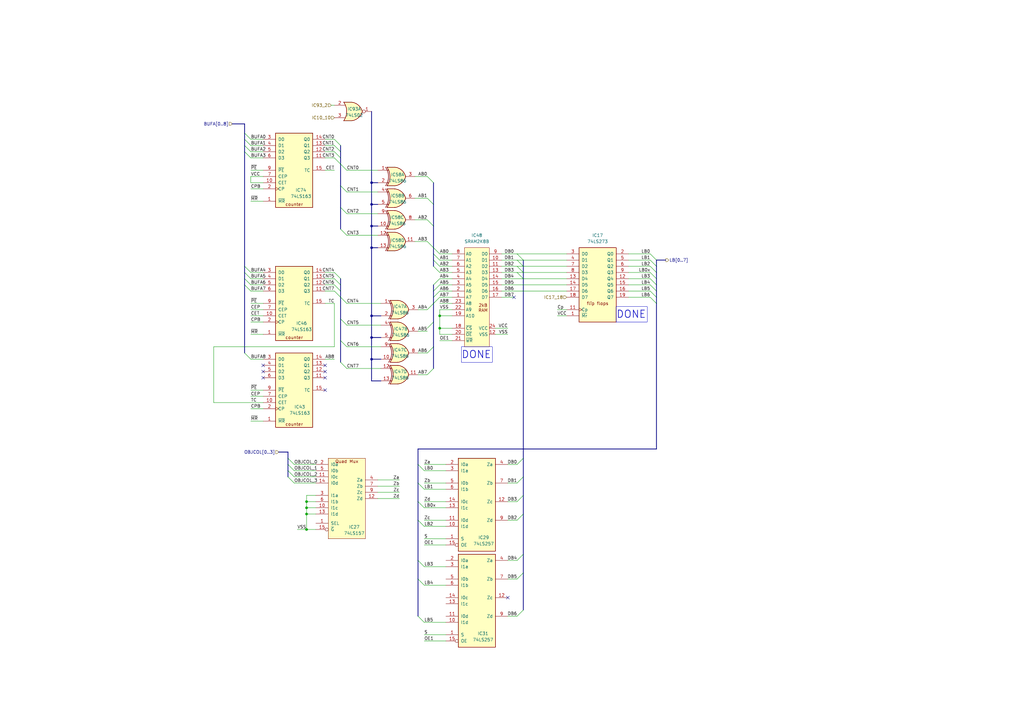
<source format=kicad_sch>
(kicad_sch (version 20231120) (generator "eeschema") (generator_version "8.0")
  (paper "A3")
  (title_block (title "Line Buffer"))
  (lib_symbols
    (symbol "jt74:74LS02" (pin_names (offset 1.016))
      (property "Reference" "U" (at 0 1.27 0))
      (property "Value" "74LS02" (at 0 -1.27 0))
      (symbol "74LS02_1_1"
        (arc (start -3.81 -3.81) (mid -2.589 0) (end -3.81 3.81) (stroke (width 0.254)))
        (arc (start -0.6096 -3.81) (mid 2.1842 -2.5851) (end 3.81 0) (stroke (width 0.254)) (fill (type background)))
        (polyline (pts (xy -3.81 -3.81) (xy -0.635 -3.81)) (stroke (width 0.254)) (fill (type background)))
        (polyline (pts (xy -3.81 3.81) (xy -0.635 3.81)) (stroke (width 0.254)) (fill (type background)))
        (polyline (pts (xy -0.635 3.81) (xy -3.81 3.81) (xy -3.81 3.81) (xy -3.556 3.4036) (xy -3.0226 2.2606) (xy -2.6924 1.0414) (xy -2.6162 -0.254) (xy -2.7686 -1.4986) (xy -3.175 -2.7178) (xy -3.81 -3.81) (xy -3.81 -3.81) (xy -0.635 -3.81)) (stroke (width -25.4)) (fill (type background)))
        (arc (start 3.81 0) (mid 2.1915 2.5936) (end -0.6096 3.81) (stroke (width 0.254)) (fill (type background)))
        (pin output inverted (at 7.62 0 180) (length 3.81) (name "~") (number "1"))
        (pin input line (at -7.62 2.54 0) (length 4.318) (name "~") (number "2"))
        (pin input line (at -7.62 -2.54 0) (length 4.318) (name "~") (number "3"))
      )
      (symbol "74LS02_1_2"
        (arc (start 0 -3.81) (mid 3.7934 0) (end 0 3.81) (stroke (width 0.254)) (fill (type background)))
        (polyline (pts (xy 0 3.81) (xy -3.81 3.81) (xy -3.81 -3.81) (xy 0 -3.81)) (stroke (width 0.254)) (fill (type background)))
        (pin output line (at 7.62 0 180) (length 3.81) (name "~") (number "1"))
        (pin input inverted (at -7.62 2.54 0) (length 3.81) (name "~") (number "2"))
        (pin input inverted (at -7.62 -2.54 0) (length 3.81) (name "~") (number "3"))
      )
      (symbol "74LS02_2_1"
        (arc (start -3.81 -3.81) (mid -2.589 0) (end -3.81 3.81) (stroke (width 0.254)))
        (arc (start -0.6096 -3.81) (mid 2.1842 -2.5851) (end 3.81 0) (stroke (width 0.254)) (fill (type background)))
        (polyline (pts (xy -3.81 -3.81) (xy -0.635 -3.81)) (stroke (width 0.254)) (fill (type background)))
        (polyline (pts (xy -3.81 3.81) (xy -0.635 3.81)) (stroke (width 0.254)) (fill (type background)))
        (polyline (pts (xy -0.635 3.81) (xy -3.81 3.81) (xy -3.81 3.81) (xy -3.556 3.4036) (xy -3.0226 2.2606) (xy -2.6924 1.0414) (xy -2.6162 -0.254) (xy -2.7686 -1.4986) (xy -3.175 -2.7178) (xy -3.81 -3.81) (xy -3.81 -3.81) (xy -0.635 -3.81)) (stroke (width -25.4)) (fill (type background)))
        (arc (start 3.81 0) (mid 2.1915 2.5936) (end -0.6096 3.81) (stroke (width 0.254)) (fill (type background)))
        (pin output inverted (at 7.62 0 180) (length 3.81) (name "~") (number "4"))
        (pin input line (at -7.62 2.54 0) (length 4.318) (name "~") (number "5"))
        (pin input line (at -7.62 -2.54 0) (length 4.318) (name "~") (number "6"))
      )
      (symbol "74LS02_2_2"
        (arc (start 0 -3.81) (mid 3.7934 0) (end 0 3.81) (stroke (width 0.254)) (fill (type background)))
        (polyline (pts (xy 0 3.81) (xy -3.81 3.81) (xy -3.81 -3.81) (xy 0 -3.81)) (stroke (width 0.254)) (fill (type background)))
        (pin output line (at 7.62 0 180) (length 3.81) (name "~") (number "4"))
        (pin input inverted (at -7.62 2.54 0) (length 3.81) (name "~") (number "5"))
        (pin input inverted (at -7.62 -2.54 0) (length 3.81) (name "~") (number "6"))
      )
      (symbol "74LS02_3_1"
        (arc (start -3.81 -3.81) (mid -2.589 0) (end -3.81 3.81) (stroke (width 0.254)))
        (arc (start -0.6096 -3.81) (mid 2.1842 -2.5851) (end 3.81 0) (stroke (width 0.254)) (fill (type background)))
        (polyline (pts (xy -3.81 -3.81) (xy -0.635 -3.81)) (stroke (width 0.254)) (fill (type background)))
        (polyline (pts (xy -3.81 3.81) (xy -0.635 3.81)) (stroke (width 0.254)) (fill (type background)))
        (polyline (pts (xy -0.635 3.81) (xy -3.81 3.81) (xy -3.81 3.81) (xy -3.556 3.4036) (xy -3.0226 2.2606) (xy -2.6924 1.0414) (xy -2.6162 -0.254) (xy -2.7686 -1.4986) (xy -3.175 -2.7178) (xy -3.81 -3.81) (xy -3.81 -3.81) (xy -0.635 -3.81)) (stroke (width -25.4)) (fill (type background)))
        (arc (start 3.81 0) (mid 2.1915 2.5936) (end -0.6096 3.81) (stroke (width 0.254)) (fill (type background)))
        (pin output inverted (at 7.62 0 180) (length 3.81) (name "~") (number "10"))
        (pin input line (at -7.62 2.54 0) (length 4.318) (name "~") (number "8"))
        (pin input line (at -7.62 -2.54 0) (length 4.318) (name "~") (number "9"))
      )
      (symbol "74LS02_3_2"
        (arc (start 0 -3.81) (mid 3.7934 0) (end 0 3.81) (stroke (width 0.254)) (fill (type background)))
        (polyline (pts (xy 0 3.81) (xy -3.81 3.81) (xy -3.81 -3.81) (xy 0 -3.81)) (stroke (width 0.254)) (fill (type background)))
        (pin output line (at 7.62 0 180) (length 3.81) (name "~") (number "10"))
        (pin input inverted (at -7.62 2.54 0) (length 3.81) (name "~") (number "8"))
        (pin input inverted (at -7.62 -2.54 0) (length 3.81) (name "~") (number "9"))
      )
      (symbol "74LS02_4_1"
        (arc (start -3.81 -3.81) (mid -2.589 0) (end -3.81 3.81) (stroke (width 0.254)))
        (arc (start -0.6096 -3.81) (mid 2.1842 -2.5851) (end 3.81 0) (stroke (width 0.254)) (fill (type background)))
        (polyline (pts (xy -3.81 -3.81) (xy -0.635 -3.81)) (stroke (width 0.254)) (fill (type background)))
        (polyline (pts (xy -3.81 3.81) (xy -0.635 3.81)) (stroke (width 0.254)) (fill (type background)))
        (polyline (pts (xy -0.635 3.81) (xy -3.81 3.81) (xy -3.81 3.81) (xy -3.556 3.4036) (xy -3.0226 2.2606) (xy -2.6924 1.0414) (xy -2.6162 -0.254) (xy -2.7686 -1.4986) (xy -3.175 -2.7178) (xy -3.81 -3.81) (xy -3.81 -3.81) (xy -0.635 -3.81)) (stroke (width -25.4)) (fill (type background)))
        (arc (start 3.81 0) (mid 2.1915 2.5936) (end -0.6096 3.81) (stroke (width 0.254)) (fill (type background)))
        (pin input line (at -7.62 2.54 0) (length 4.318) (name "~") (number "11"))
        (pin input line (at -7.62 -2.54 0) (length 4.318) (name "~") (number "12"))
        (pin output inverted (at 7.62 0 180) (length 3.81) (name "~") (number "13"))
      )
      (symbol "74LS02_4_2"
        (arc (start 0 -3.81) (mid 3.7934 0) (end 0 3.81) (stroke (width 0.254)) (fill (type background)))
        (polyline (pts (xy 0 3.81) (xy -3.81 3.81) (xy -3.81 -3.81) (xy 0 -3.81)) (stroke (width 0.254)) (fill (type background)))
        (pin input inverted (at -7.62 2.54 0) (length 3.81) (name "~") (number "11"))
        (pin input inverted (at -7.62 -2.54 0) (length 3.81) (name "~") (number "12"))
        (pin output line (at 7.62 0 180) (length 3.81) (name "~") (number "13"))
      )
      (symbol "74LS02_5_0"
        (pin power_in line (at 0 7.62 270) (length 5.08) hide (name "VCC") (number "14"))
        (pin power_in line (at 0 -7.62 90) (length 5.08) hide (name "VSS") (number "7"))
      )
      (symbol "74LS02_5_1"
        (rectangle (start -5.08 7.62) (end 5.08 -7.62) (stroke (width 0.254)) (fill (type background)))
      )
    )
    (symbol "jt74:74LS157" (pin_names (offset 1.016))
      (property "Reference" "U" (at 5.08 16.51 0))
      (property "Value" "74LS157" (at 0 -16.51 0))
      (symbol "74LS157_0_0"
        (text "Quad Mux" (at 0 13.97 0) (effects (font (size 1.27 1.27))))
      )
      (symbol "74LS157_1_0"
        (pin input line (at -12.7 -11.43 0) (length 5.08) (name "SEL") (number "1"))
        (pin input line (at -12.7 -5.08 0) (length 5.08) (name "I1c") (number "10"))
        (pin input line (at -12.7 7.62 0) (length 5.08) (name "I0c") (number "11"))
        (pin output line (at 12.7 -1.27 180) (length 5.08) (name "Zd") (number "12"))
        (pin input line (at -12.7 -7.62 0) (length 5.08) (name "I1d") (number "13"))
        (pin input line (at -12.7 5.08 0) (length 5.08) (name "I0d") (number "14"))
        (pin input inverted (at -12.7 -13.97 0) (length 5.08) (name "~{G}") (number "15"))
        (pin input line (at -12.7 12.7 0) (length 5.08) (name "I0a") (number "2"))
        (pin input line (at -12.7 0 0) (length 5.08) (name "I1a") (number "3"))
        (pin output line (at 12.7 6.35 180) (length 5.08) (name "Za") (number "4"))
        (pin input line (at -12.7 10.16 0) (length 5.08) (name "I0b") (number "5"))
        (pin input line (at -12.7 -2.54 0) (length 5.08) (name "I1b") (number "6"))
        (pin output line (at 12.7 3.81 180) (length 5.08) (name "Zb") (number "7"))
        (pin output line (at 12.7 1.27 180) (length 5.08) (name "Zc") (number "9"))
      )
      (symbol "74LS157_1_1"
        (rectangle (start -7.62 15.24) (end 7.62 -17.78) (fill (type background)))
      )
    )
    (symbol "jt74:74LS163" (pin_names (offset 1.016))
      (property "Reference" "U" (at -7.62 16.51 0))
      (property "Value" "74LS163" (at -7.62 -16.51 0))
      (symbol "74LS163_0_0"
        (text "counter" (at 0 -13.97 0) (effects (font (size 1.27 1.27))))
      )
      (symbol "74LS163_0_2"
        (rectangle (start -7.62 15.24) (end 7.62 -15.24) (fill (type background)))
      )
      (symbol "74LS163_1_0"
        (pin input line (at -12.7 -12.7 0) (length 5.08) (name "~{MR}") (number "1"))
        (pin input line (at -12.7 -5.08 0) (length 5.08) (name "CET") (number "10"))
        (pin output line (at 12.7 5.08 180) (length 5.08) (name "Q3") (number "11"))
        (pin output line (at 12.7 7.62 180) (length 5.08) (name "Q2") (number "12"))
        (pin output line (at 12.7 10.16 180) (length 5.08) (name "Q1") (number "13"))
        (pin output line (at 12.7 12.7 180) (length 5.08) (name "Q0") (number "14"))
        (pin output line (at 12.7 0 180) (length 5.08) (name "TC") (number "15"))
        (pin input clock (at -12.7 -7.62 0) (length 5.08) (name "CP") (number "2"))
        (pin input line (at -12.7 12.7 0) (length 5.08) (name "D0") (number "3"))
        (pin input line (at -12.7 10.16 0) (length 5.08) (name "D1") (number "4"))
        (pin input line (at -12.7 7.62 0) (length 5.08) (name "D2") (number "5"))
        (pin input line (at -12.7 5.08 0) (length 5.08) (name "D3") (number "6"))
        (pin input line (at -12.7 -2.54 0) (length 5.08) (name "CEP") (number "7"))
        (pin input line (at -12.7 0 0) (length 5.08) (name "~{PE}") (number "9"))
      )
      (symbol "74LS163_1_1"
        (rectangle (start -7.62 15.24) (end 7.62 -15.24) (stroke (width 0.254)) (fill (type background)))
      )
    )
    (symbol "jt74:74LS257" (pin_names (offset 1.016))
      (property "Reference" "U" (at -7.62 19.05 0))
      (property "Value" "74LS257" (at 3.048 -18.923 0))
      (symbol "74LS257_1_0"
        (pin input line (at -12.7 -15.24 0) (length 5.08) (name "S") (number "1"))
        (pin input line (at -12.7 -10.16 0) (length 5.08) (name "I1d") (number "10"))
        (pin input line (at -12.7 -7.62 0) (length 5.08) (name "I0d") (number "11"))
        (pin tri_state line (at 12.7 0 180) (length 5.08) (name "Zc") (number "12"))
        (pin input line (at -12.7 -2.54 0) (length 5.08) (name "I1c") (number "13"))
        (pin input line (at -12.7 0 0) (length 5.08) (name "I0c") (number "14"))
        (pin input inverted (at -12.7 -17.78 0) (length 5.08) (name "OE") (number "15"))
        (pin input line (at -12.7 15.24 0) (length 5.08) (name "I0a") (number "2"))
        (pin input line (at -12.7 12.7 0) (length 5.08) (name "I1a") (number "3"))
        (pin tri_state line (at 12.7 15.24 180) (length 5.08) (name "Za") (number "4"))
        (pin input line (at -12.7 7.62 0) (length 5.08) (name "I0b") (number "5"))
        (pin input line (at -12.7 5.08 0) (length 5.08) (name "I1b") (number "6"))
        (pin tri_state line (at 12.7 7.62 180) (length 5.08) (name "Zb") (number "7"))
        (pin tri_state line (at 12.7 -7.62 180) (length 5.08) (name "Zd") (number "9"))
      )
      (symbol "74LS257_1_1"
        (rectangle (start -7.62 17.78) (end 7.62 -20.32) (stroke (width 0.254)) (fill (type background)))
      )
    )
    (symbol "jt74:74LS273" (pin_names (offset 1.016))
      (property "Reference" "U" (at 0 2.54 0))
      (property "Value" "74LS273" (at 2.54 -13.97 0))
      (symbol "74LS273_0_0"
        (text "flip flops" (at 0 -7.62 0) (effects (font (size 1.27 1.27))))
      )
      (symbol "74LS273_1_0"
        (pin input line (at -12.7 -12.7 0) (length 5.08) (name "~{Mr}") (number "1"))
        (pin input clock (at -12.7 -10.16 0) (length 5.08) (name "Cp") (number "11"))
        (pin output line (at 12.7 2.54 180) (length 5.08) (name "Q4") (number "12"))
        (pin input line (at -12.7 2.54 0) (length 5.08) (name "D4") (number "13"))
        (pin input line (at -12.7 0 0) (length 5.08) (name "D5") (number "14"))
        (pin output line (at 12.7 0 180) (length 5.08) (name "Q5") (number "15"))
        (pin output line (at 12.7 -2.54 180) (length 5.08) (name "Q6") (number "16"))
        (pin input line (at -12.7 -2.54 0) (length 5.08) (name "D6") (number "17"))
        (pin input line (at -12.7 -5.08 0) (length 5.08) (name "D7") (number "18"))
        (pin output line (at 12.7 -5.08 180) (length 5.08) (name "Q7") (number "19"))
        (pin output line (at 12.7 12.7 180) (length 5.08) (name "Q0") (number "2"))
        (pin input line (at -12.7 12.7 0) (length 5.08) (name "D0") (number "3"))
        (pin input line (at -12.7 10.16 0) (length 5.08) (name "D1") (number "4"))
        (pin output line (at 12.7 10.16 180) (length 5.08) (name "Q1") (number "5"))
        (pin output line (at 12.7 7.62 180) (length 5.08) (name "Q2") (number "6"))
        (pin input line (at -12.7 7.62 0) (length 5.08) (name "D2") (number "7"))
        (pin input line (at -12.7 5.08 0) (length 5.08) (name "D3") (number "8"))
        (pin output line (at 12.7 5.08 180) (length 5.08) (name "Q3") (number "9"))
      )
      (symbol "74LS273_1_1"
        (rectangle (start -7.62 15.24) (end 7.62 -15.24) (stroke (width 0.254)) (fill (type background)))
      )
    )
    (symbol "jt74:74LS86" (pin_names (offset 1.016))
      (property "Reference" "U" (at 0 1.27 0))
      (property "Value" "74LS86" (at 0 -1.27 0))
      (symbol "74LS86_1_0"
        (arc (start -4.4196 -3.81) (mid -3.2033 0) (end -4.4196 3.81) (stroke (width 0.254)))
        (arc (start -3.81 -3.81) (mid -2.589 0) (end -3.81 3.81) (stroke (width 0.254)))
        (arc (start -0.6096 -3.81) (mid 2.1842 -2.5851) (end 3.81 0) (stroke (width 0.254)) (fill (type background)))
        (polyline (pts (xy -3.81 -3.81) (xy -0.635 -3.81)) (stroke (width 0.254)) (fill (type background)))
        (polyline (pts (xy -3.81 3.81) (xy -0.635 3.81)) (stroke (width 0.254)) (fill (type background)))
        (polyline (pts (xy -0.635 3.81) (xy -3.81 3.81) (xy -3.81 3.81) (xy -3.556 3.4036) (xy -3.0226 2.2606) (xy -2.6924 1.0414) (xy -2.6162 -0.254) (xy -2.7686 -1.4986) (xy -3.175 -2.7178) (xy -3.81 -3.81) (xy -3.81 -3.81) (xy -0.635 -3.81)) (stroke (width -25.4)) (fill (type background)))
        (arc (start 3.81 0) (mid 2.1915 2.5936) (end -0.6096 3.81) (stroke (width 0.254)) (fill (type background)))
        (pin input line (at -7.62 2.54 0) (length 4.445) (name "~") (number "1"))
        (pin input line (at -7.62 -2.54 0) (length 4.445) (name "~") (number "2"))
        (pin output line (at 7.62 0 180) (length 3.81) (name "~") (number "3"))
      )
      (symbol "74LS86_1_1"
        (polyline (pts (xy -3.81 -2.54) (xy -3.175 -2.54)) (stroke (width 0.1524)))
        (polyline (pts (xy -3.81 2.54) (xy -3.175 2.54)) (stroke (width 0.1524)))
      )
      (symbol "74LS86_2_0"
        (arc (start -4.4196 -3.81) (mid -3.2033 0) (end -4.4196 3.81) (stroke (width 0.254)))
        (arc (start -3.81 -3.81) (mid -2.589 0) (end -3.81 3.81) (stroke (width 0.254)))
        (arc (start -0.6096 -3.81) (mid 2.1842 -2.5851) (end 3.81 0) (stroke (width 0.254)) (fill (type background)))
        (polyline (pts (xy -3.81 -3.81) (xy -0.635 -3.81)) (stroke (width 0.254)) (fill (type background)))
        (polyline (pts (xy -3.81 3.81) (xy -0.635 3.81)) (stroke (width 0.254)) (fill (type background)))
        (polyline (pts (xy -0.635 3.81) (xy -3.81 3.81) (xy -3.81 3.81) (xy -3.556 3.4036) (xy -3.0226 2.2606) (xy -2.6924 1.0414) (xy -2.6162 -0.254) (xy -2.7686 -1.4986) (xy -3.175 -2.7178) (xy -3.81 -3.81) (xy -3.81 -3.81) (xy -0.635 -3.81)) (stroke (width -25.4)) (fill (type background)))
        (arc (start 3.81 0) (mid 2.1915 2.5936) (end -0.6096 3.81) (stroke (width 0.254)) (fill (type background)))
        (pin input line (at -7.62 2.54 0) (length 4.445) (name "~") (number "4"))
        (pin input line (at -7.62 -2.54 0) (length 4.445) (name "~") (number "5"))
        (pin output line (at 7.62 0 180) (length 3.81) (name "~") (number "6"))
      )
      (symbol "74LS86_2_1"
        (polyline (pts (xy -3.81 -2.54) (xy -3.175 -2.54)) (stroke (width 0.1524)))
        (polyline (pts (xy -3.81 2.54) (xy -3.175 2.54)) (stroke (width 0.1524)))
      )
      (symbol "74LS86_3_0"
        (arc (start -4.4196 -3.81) (mid -3.2033 0) (end -4.4196 3.81) (stroke (width 0.254)))
        (arc (start -3.81 -3.81) (mid -2.589 0) (end -3.81 3.81) (stroke (width 0.254)))
        (arc (start -0.6096 -3.81) (mid 2.1842 -2.5851) (end 3.81 0) (stroke (width 0.254)) (fill (type background)))
        (polyline (pts (xy -3.81 -3.81) (xy -0.635 -3.81)) (stroke (width 0.254)) (fill (type background)))
        (polyline (pts (xy -3.81 3.81) (xy -0.635 3.81)) (stroke (width 0.254)) (fill (type background)))
        (polyline (pts (xy -0.635 3.81) (xy -3.81 3.81) (xy -3.81 3.81) (xy -3.556 3.4036) (xy -3.0226 2.2606) (xy -2.6924 1.0414) (xy -2.6162 -0.254) (xy -2.7686 -1.4986) (xy -3.175 -2.7178) (xy -3.81 -3.81) (xy -3.81 -3.81) (xy -0.635 -3.81)) (stroke (width -25.4)) (fill (type background)))
        (arc (start 3.81 0) (mid 2.1915 2.5936) (end -0.6096 3.81) (stroke (width 0.254)) (fill (type background)))
        (pin input line (at -7.62 -2.54 0) (length 4.445) (name "~") (number "10"))
        (pin output line (at 7.62 0 180) (length 3.81) (name "~") (number "8"))
        (pin input line (at -7.62 2.54 0) (length 4.445) (name "~") (number "9"))
      )
      (symbol "74LS86_3_1"
        (polyline (pts (xy -3.81 -2.54) (xy -3.175 -2.54)) (stroke (width 0.1524)))
        (polyline (pts (xy -3.81 2.54) (xy -3.175 2.54)) (stroke (width 0.1524)))
      )
      (symbol "74LS86_4_0"
        (arc (start -4.4196 -3.81) (mid -3.2033 0) (end -4.4196 3.81) (stroke (width 0.254)))
        (arc (start -3.81 -3.81) (mid -2.589 0) (end -3.81 3.81) (stroke (width 0.254)))
        (arc (start -0.6096 -3.81) (mid 2.1842 -2.5851) (end 3.81 0) (stroke (width 0.254)) (fill (type background)))
        (polyline (pts (xy -3.81 -3.81) (xy -0.635 -3.81)) (stroke (width 0.254)) (fill (type background)))
        (polyline (pts (xy -3.81 3.81) (xy -0.635 3.81)) (stroke (width 0.254)) (fill (type background)))
        (polyline (pts (xy -0.635 3.81) (xy -3.81 3.81) (xy -3.81 3.81) (xy -3.556 3.4036) (xy -3.0226 2.2606) (xy -2.6924 1.0414) (xy -2.6162 -0.254) (xy -2.7686 -1.4986) (xy -3.175 -2.7178) (xy -3.81 -3.81) (xy -3.81 -3.81) (xy -0.635 -3.81)) (stroke (width -25.4)) (fill (type background)))
        (arc (start 3.81 0) (mid 2.1915 2.5936) (end -0.6096 3.81) (stroke (width 0.254)) (fill (type background)))
        (pin output line (at 7.62 0 180) (length 3.81) (name "~") (number "11"))
        (pin input line (at -7.62 2.54 0) (length 4.445) (name "~") (number "12"))
        (pin input line (at -7.62 -2.54 0) (length 4.445) (name "~") (number "13"))
      )
      (symbol "74LS86_4_1"
        (polyline (pts (xy -3.81 -2.54) (xy -3.175 -2.54)) (stroke (width 0.1524)))
        (polyline (pts (xy -3.81 2.54) (xy -3.175 2.54)) (stroke (width 0.1524)))
      )
      (symbol "74LS86_5_0"
        (pin power_in line (at 0 7.62 270) (length 5.08) hide (name "VCC") (number "14"))
        (pin power_in line (at 0 -7.62 90) (length 5.08) hide (name "VSS") (number "7"))
      )
      (symbol "74LS86_5_1"
        (rectangle (start -5.08 7.62) (end 5.08 -7.62) (stroke (width 0.254)) (fill (type background)))
      )
    )
    (symbol "jt_ram:SRAM2K8B"
      (property "Reference" "U" (at 0 24.13 0))
      (property "Value" "SRAM2K8B" (at 0 21.59 0))
      (symbol "SRAM2K8B_0_1"
        (rectangle (start -5.08 20.32) (end 5.08 -20.32) (fill (type background)))
      )
      (symbol "SRAM2K8B_1_1"
        (text "2kB\nRAM" (at 2.54 -4.318 0) (effects (font (size 1.27 1.27))))
        (pin input line (at -10.16 0 0) (length 5.08) (name "A7") (number "1"))
        (pin tri_state line (at 10.16 15.24 180) (length 5.08) (name "D1") (number "10"))
        (pin tri_state line (at 10.16 12.7 180) (length 5.08) (name "D2") (number "11"))
        (pin power_in line (at 7.62 -15.24 180) (length 2.54) (name "VSS") (number "12"))
        (pin tri_state line (at 10.16 10.16 180) (length 5.08) (name "D3") (number "13"))
        (pin tri_state line (at 10.16 7.62 180) (length 5.08) (name "D4") (number "14"))
        (pin tri_state line (at 10.16 5.08 180) (length 5.08) (name "D5") (number "15"))
        (pin tri_state line (at 10.16 2.54 180) (length 5.08) (name "D6") (number "16"))
        (pin tri_state line (at 10.16 0 180) (length 5.08) (name "D7") (number "17"))
        (pin input line (at -10.16 -12.7 0) (length 5.08) (name "~{CS}") (number "18"))
        (pin input line (at -10.16 -7.62 0) (length 5.08) (name "A10") (number "19"))
        (pin input line (at -10.16 2.54 0) (length 5.08) (name "A6") (number "2"))
        (pin input line (at -10.16 -15.24 0) (length 5.08) (name "~{OE}") (number "20"))
        (pin input line (at -10.16 -17.78 0) (length 5.08) (name "~{WR}") (number "21"))
        (pin input line (at -10.16 -5.08 0) (length 5.08) (name "A9") (number "22"))
        (pin input line (at -10.16 -2.54 0) (length 5.08) (name "A8") (number "23"))
        (pin power_in line (at 7.62 -12.7 180) (length 2.54) (name "VCC") (number "24"))
        (pin input line (at -10.16 5.08 0) (length 5.08) (name "A5") (number "3"))
        (pin input line (at -10.16 7.62 0) (length 5.08) (name "A4") (number "4"))
        (pin input line (at -10.16 10.16 0) (length 5.08) (name "A3") (number "5"))
        (pin input line (at -10.16 12.7 0) (length 5.08) (name "A2") (number "6"))
        (pin input line (at -10.16 15.24 0) (length 5.08) (name "A1") (number "7"))
        (pin input line (at -10.16 17.78 0) (length 5.08) (name "A0") (number "8"))
        (pin tri_state line (at 10.16 17.78 180) (length 5.08) (name "D0") (number "9"))
      )
    )
  )
  (junction (at 125.73 205.74))
  (junction (at 152.4 138.43))
  (junction (at 125.73 217.17))
  (junction (at 152.4 129.54))
  (junction (at 152.4 83.82))
  (junction (at 152.4 101.6))
  (junction (at 180.34 129.54))
  (junction (at 180.34 134.62))
  (junction (at 125.73 208.28))
  (junction (at 125.73 210.82))
  (junction (at 152.4 74.93))
  (junction (at 152.4 147.32))
  (junction (at 152.4 92.71))
  (no_connect (at 133.35 152.4))
  (no_connect (at 133.35 149.86))
  (no_connect (at 107.95 149.86))
  (no_connect (at 210.82 121.92))
  (no_connect (at 133.35 160.02))
  (no_connect (at 133.35 154.94))
  (no_connect (at 107.95 152.4))
  (no_connect (at 208.28 245.11))
  (no_connect (at 107.95 154.94))
  (bus_entry (at 266.7 116.84) (size 2.54 2.54))
  (bus_entry (at 177.8 101.6) (size -2.54 -2.54))
  (bus_entry (at 266.7 114.3) (size 2.54 2.54))
  (bus_entry (at 137.16 116.84) (size 2.54 2.54))
  (bus_entry (at 180.34 121.92) (size -2.54 2.54))
  (bus_entry (at 142.24 96.52) (size -2.54 -2.54))
  (bus_entry (at 118.11 195.58) (size 2.54 2.54))
  (bus_entry (at 171.45 190.5) (size 2.54 2.54))
  (bus_entry (at 139.7 67.31) (size -2.54 -2.54))
  (bus_entry (at 100.33 109.22) (size 2.54 2.54))
  (bus_entry (at 173.99 232.41) (size -2.54 -2.54))
  (bus_entry (at 177.8 83.82) (size -2.54 -2.54))
  (bus_entry (at 180.34 119.38) (size -2.54 2.54))
  (bus_entry (at 100.33 144.78) (size 2.54 2.54))
  (bus_entry (at 212.09 205.74) (size 2.54 -2.54))
  (bus_entry (at 100.33 57.15) (size 2.54 2.54))
  (bus_entry (at 180.34 114.3) (size -2.54 2.54))
  (bus_entry (at 100.33 114.3) (size 2.54 2.54))
  (bus_entry (at 266.7 106.68) (size 2.54 2.54))
  (bus_entry (at 100.33 54.61) (size 2.54 2.54))
  (bus_entry (at 142.24 87.63) (size -2.54 -2.54))
  (bus_entry (at 177.8 109.22) (size 2.54 2.54))
  (bus_entry (at 118.11 190.5) (size 2.54 2.54))
  (bus_entry (at 212.09 190.5) (size 2.54 -2.54))
  (bus_entry (at 100.33 62.23) (size 2.54 2.54))
  (bus_entry (at 212.09 111.76) (size 2.54 2.54))
  (bus_entry (at 139.7 62.23) (size -2.54 -2.54))
  (bus_entry (at 177.8 106.68) (size 2.54 2.54))
  (bus_entry (at 175.26 144.78) (size 2.54 -2.54))
  (bus_entry (at 266.7 109.22) (size 2.54 2.54))
  (bus_entry (at 212.09 252.73) (size 2.54 -2.54))
  (bus_entry (at 171.45 237.49) (size 2.54 2.54))
  (bus_entry (at 118.11 193.04) (size 2.54 2.54))
  (bus_entry (at 171.45 205.74) (size 2.54 2.54))
  (bus_entry (at 212.09 106.68) (size 2.54 2.54))
  (bus_entry (at 171.45 213.36) (size 2.54 2.54))
  (bus_entry (at 173.99 255.27) (size -2.54 -2.54))
  (bus_entry (at 139.7 64.77) (size -2.54 -2.54))
  (bus_entry (at 139.7 130.81) (size 2.54 2.54))
  (bus_entry (at 266.7 121.92) (size 2.54 2.54))
  (bus_entry (at 212.09 213.36) (size 2.54 -2.54))
  (bus_entry (at 177.8 104.14) (size 2.54 2.54))
  (bus_entry (at 175.26 134.62) (size 2.54 -2.54))
  (bus_entry (at 137.16 119.38) (size 2.54 2.54))
  (bus_entry (at 118.11 187.96) (size 2.54 2.54))
  (bus_entry (at 212.09 198.12) (size 2.54 -2.54))
  (bus_entry (at 266.7 104.14) (size 2.54 2.54))
  (bus_entry (at 175.26 127) (size 2.54 -2.54))
  (bus_entry (at 171.45 198.12) (size 2.54 2.54))
  (bus_entry (at 100.33 111.76) (size 2.54 2.54))
  (bus_entry (at 139.7 139.7) (size 2.54 2.54))
  (bus_entry (at 266.7 111.76) (size 2.54 2.54))
  (bus_entry (at 177.8 92.71) (size -2.54 -2.54))
  (bus_entry (at 137.16 111.76) (size 2.54 2.54))
  (bus_entry (at 137.16 114.3) (size 2.54 2.54))
  (bus_entry (at 212.09 229.87) (size 2.54 -2.54))
  (bus_entry (at 100.33 116.84) (size 2.54 2.54))
  (bus_entry (at 139.7 67.31) (size 2.54 2.54))
  (bus_entry (at 212.09 237.49) (size 2.54 -2.54))
  (bus_entry (at 180.34 116.84) (size -2.54 2.54))
  (bus_entry (at 177.8 101.6) (size 2.54 2.54))
  (bus_entry (at 177.8 74.93) (size -2.54 -2.54))
  (bus_entry (at 139.7 148.59) (size 2.54 2.54))
  (bus_entry (at 212.09 109.22) (size 2.54 2.54))
  (bus_entry (at 212.09 104.14) (size 2.54 2.54))
  (bus_entry (at 266.7 119.38) (size 2.54 2.54))
  (bus_entry (at 100.33 59.69) (size 2.54 2.54))
  (bus_entry (at 139.7 121.92) (size 2.54 2.54))
  (bus_entry (at 175.26 153.67) (size 2.54 -2.54))
  (bus_entry (at 139.7 59.69) (size -2.54 -2.54))
  (bus_entry (at 142.24 78.74) (size -2.54 -2.54))
  (wire (pts (xy 208.28 134.62) (xy 203.2 134.62)))
  (wire (pts (xy 107.95 74.93) (xy 102.87 74.93)))
  (wire (pts (xy 173.99 190.5) (xy 182.88 190.5)))
  (bus (pts (xy 269.24 106.68) (xy 269.24 109.22)))
  (bus (pts (xy 152.4 138.43) (xy 156.21 138.43)))
  (wire (pts (xy 125.73 205.74) (xy 125.73 208.28)))
  (wire (pts (xy 257.81 121.92) (xy 266.7 121.92)))
  (wire (pts (xy 180.34 114.3) (xy 185.42 114.3)))
  (wire (pts (xy 142.24 124.46) (xy 156.21 124.46)))
  (bus (pts (xy 177.8 119.38) (xy 177.8 121.92)))
  (bus (pts (xy 214.63 106.68) (xy 214.63 109.22)))
  (bus (pts (xy 177.8 132.08) (xy 177.8 142.24)))
  (wire (pts (xy 137.16 57.15) (xy 133.35 57.15)))
  (bus (pts (xy 214.63 109.22) (xy 214.63 111.76)))
  (wire (pts (xy 180.34 129.54) (xy 185.42 129.54)))
  (wire (pts (xy 102.87 137.16) (xy 107.95 137.16)))
  (wire (pts (xy 163.83 196.85) (xy 154.94 196.85)))
  (bus (pts (xy 100.33 114.3) (xy 100.33 116.84)))
  (bus (pts (xy 100.33 54.61) (xy 100.33 57.15)))
  (wire (pts (xy 173.99 198.12) (xy 182.88 198.12)))
  (wire (pts (xy 102.87 69.85) (xy 107.95 69.85)))
  (wire (pts (xy 102.87 111.76) (xy 107.95 111.76)))
  (wire (pts (xy 163.83 201.93) (xy 154.94 201.93)))
  (wire (pts (xy 175.26 81.28) (xy 170.18 81.28)))
  (wire (pts (xy 125.73 205.74) (xy 129.54 205.74)))
  (wire (pts (xy 175.26 127) (xy 171.45 127)))
  (bus (pts (xy 139.7 67.31) (xy 139.7 76.2)))
  (bus (pts (xy 152.4 74.93) (xy 152.4 83.82)))
  (wire (pts (xy 205.74 119.38) (xy 232.41 119.38)))
  (bus (pts (xy 100.33 62.23) (xy 100.33 109.22)))
  (bus (pts (xy 100.33 57.15) (xy 100.33 59.69)))
  (bus (pts (xy 171.45 213.36) (xy 171.45 229.87)))
  (wire (pts (xy 175.26 153.67) (xy 171.45 153.67)))
  (wire (pts (xy 137.16 124.46) (xy 137.16 142.24)))
  (wire (pts (xy 102.87 124.46) (xy 107.95 124.46)))
  (bus (pts (xy 171.45 237.49) (xy 171.45 252.73)))
  (wire (pts (xy 212.09 109.22) (xy 214.63 109.22)))
  (wire (pts (xy 175.26 90.17) (xy 170.18 90.17)))
  (bus (pts (xy 139.7 85.09) (xy 139.7 93.98)))
  (wire (pts (xy 173.99 205.74) (xy 182.88 205.74)))
  (wire (pts (xy 102.87 77.47) (xy 107.95 77.47)))
  (wire (pts (xy 180.34 106.68) (xy 185.42 106.68)))
  (wire (pts (xy 173.99 215.9) (xy 182.88 215.9)))
  (bus (pts (xy 171.45 184.15) (xy 269.24 184.15)))
  (wire (pts (xy 137.16 116.84) (xy 133.35 116.84)))
  (bus (pts (xy 118.11 193.04) (xy 118.11 190.5)))
  (bus (pts (xy 152.4 74.93) (xy 154.94 74.93)))
  (bus (pts (xy 177.8 83.82) (xy 177.8 92.71)))
  (wire (pts (xy 180.34 127) (xy 185.42 127)))
  (wire (pts (xy 212.09 104.14) (xy 232.41 104.14)))
  (wire (pts (xy 205.74 111.76) (xy 212.09 111.76)))
  (wire (pts (xy 137.16 111.76) (xy 133.35 111.76)))
  (wire (pts (xy 125.73 208.28) (xy 129.54 208.28)))
  (bus (pts (xy 100.33 59.69) (xy 100.33 62.23)))
  (wire (pts (xy 125.73 217.17) (xy 125.73 210.82)))
  (wire (pts (xy 142.24 142.24) (xy 156.21 142.24)))
  (wire (pts (xy 180.34 116.84) (xy 185.42 116.84)))
  (wire (pts (xy 180.34 134.62) (xy 180.34 137.16)))
  (wire (pts (xy 137.16 59.69) (xy 133.35 59.69)))
  (wire (pts (xy 102.87 64.77) (xy 107.95 64.77)))
  (wire (pts (xy 142.24 78.74) (xy 154.94 78.74)))
  (bus (pts (xy 171.45 190.5) (xy 171.45 184.15)))
  (wire (pts (xy 180.34 109.22) (xy 185.42 109.22)))
  (wire (pts (xy 102.87 82.55) (xy 107.95 82.55)))
  (wire (pts (xy 214.63 111.76) (xy 232.41 111.76)))
  (bus (pts (xy 177.8 116.84) (xy 177.8 119.38)))
  (bus (pts (xy 152.4 147.32) (xy 152.4 156.21)))
  (bus (pts (xy 139.7 62.23) (xy 139.7 64.77)))
  (bus (pts (xy 152.4 101.6) (xy 154.94 101.6)))
  (wire (pts (xy 142.24 87.63) (xy 154.94 87.63)))
  (wire (pts (xy 120.65 193.04) (xy 129.54 193.04)))
  (bus (pts (xy 177.8 124.46) (xy 177.8 132.08)))
  (bus (pts (xy 177.8 142.24) (xy 177.8 151.13)))
  (wire (pts (xy 205.74 114.3) (xy 214.63 114.3)))
  (wire (pts (xy 266.7 116.84) (xy 257.81 116.84)))
  (wire (pts (xy 212.09 205.74) (xy 208.28 205.74)))
  (bus (pts (xy 214.63 111.76) (xy 214.63 114.3)))
  (wire (pts (xy 266.7 109.22) (xy 257.81 109.22)))
  (wire (pts (xy 175.26 72.39) (xy 170.18 72.39)))
  (wire (pts (xy 142.24 151.13) (xy 156.21 151.13)))
  (wire (pts (xy 266.7 104.14) (xy 257.81 104.14)))
  (wire (pts (xy 125.73 210.82) (xy 125.73 208.28)))
  (wire (pts (xy 142.24 69.85) (xy 154.94 69.85)))
  (wire (pts (xy 102.87 114.3) (xy 107.95 114.3)))
  (bus (pts (xy 152.4 156.21) (xy 156.21 156.21)))
  (wire (pts (xy 266.7 119.38) (xy 257.81 119.38)))
  (wire (pts (xy 212.09 229.87) (xy 208.28 229.87)))
  (wire (pts (xy 173.99 262.89) (xy 182.88 262.89)))
  (wire (pts (xy 137.16 147.32) (xy 133.35 147.32)))
  (bus (pts (xy 100.33 116.84) (xy 100.33 144.78)))
  (bus (pts (xy 139.7 130.81) (xy 139.7 139.7)))
  (wire (pts (xy 212.09 198.12) (xy 208.28 198.12)))
  (wire (pts (xy 142.24 133.35) (xy 156.21 133.35)))
  (wire (pts (xy 137.16 114.3) (xy 133.35 114.3)))
  (wire (pts (xy 137.16 62.23) (xy 133.35 62.23)))
  (wire (pts (xy 212.09 106.68) (xy 214.63 106.68)))
  (bus (pts (xy 152.4 45.72) (xy 152.4 74.93)))
  (wire (pts (xy 180.34 111.76) (xy 185.42 111.76)))
  (wire (pts (xy 180.34 137.16) (xy 185.42 137.16)))
  (bus (pts (xy 171.45 205.74) (xy 171.45 198.12)))
  (wire (pts (xy 137.16 43.18) (xy 135.89 43.18)))
  (bus (pts (xy 152.4 129.54) (xy 152.4 138.43)))
  (wire (pts (xy 205.74 109.22) (xy 212.09 109.22)))
  (wire (pts (xy 102.87 74.93) (xy 102.87 72.39)))
  (wire (pts (xy 228.6 127) (xy 232.41 127)))
  (wire (pts (xy 228.6 129.54) (xy 232.41 129.54)))
  (bus (pts (xy 152.4 147.32) (xy 156.21 147.32)))
  (wire (pts (xy 205.74 104.14) (xy 212.09 104.14)))
  (bus (pts (xy 214.63 195.58) (xy 214.63 203.2)))
  (wire (pts (xy 175.26 144.78) (xy 171.45 144.78)))
  (bus (pts (xy 139.7 64.77) (xy 139.7 67.31)))
  (wire (pts (xy 125.73 203.2) (xy 129.54 203.2)))
  (bus (pts (xy 214.63 234.95) (xy 214.63 250.19)))
  (wire (pts (xy 87.63 165.1) (xy 107.95 165.1)))
  (wire (pts (xy 180.34 129.54) (xy 180.34 134.62)))
  (wire (pts (xy 266.7 106.68) (xy 257.81 106.68)))
  (wire (pts (xy 102.87 127) (xy 107.95 127)))
  (wire (pts (xy 208.28 137.16) (xy 203.2 137.16)))
  (bus (pts (xy 139.7 139.7) (xy 139.7 148.59)))
  (wire (pts (xy 163.83 199.39) (xy 154.94 199.39)))
  (wire (pts (xy 180.34 121.92) (xy 185.42 121.92)))
  (wire (pts (xy 173.99 220.98) (xy 182.88 220.98)))
  (bus (pts (xy 95.25 50.8) (xy 100.33 50.8)))
  (bus (pts (xy 269.24 119.38) (xy 269.24 121.92)))
  (wire (pts (xy 137.16 119.38) (xy 133.35 119.38)))
  (wire (pts (xy 102.87 129.54) (xy 107.95 129.54)))
  (bus (pts (xy 269.24 114.3) (xy 269.24 116.84)))
  (bus (pts (xy 177.8 101.6) (xy 177.8 104.14)))
  (wire (pts (xy 214.63 114.3) (xy 232.41 114.3)))
  (bus (pts (xy 139.7 114.3) (xy 139.7 116.84)))
  (bus (pts (xy 139.7 121.92) (xy 139.7 130.81)))
  (bus (pts (xy 177.8 104.14) (xy 177.8 106.68)))
  (wire (pts (xy 163.83 204.47) (xy 154.94 204.47)))
  (wire (pts (xy 137.16 69.85) (xy 133.35 69.85)))
  (wire (pts (xy 173.99 255.27) (xy 182.88 255.27)))
  (bus (pts (xy 269.24 116.84) (xy 269.24 119.38)))
  (wire (pts (xy 102.87 172.72) (xy 107.95 172.72)))
  (bus (pts (xy 100.33 111.76) (xy 100.33 114.3)))
  (wire (pts (xy 102.87 57.15) (xy 107.95 57.15)))
  (wire (pts (xy 214.63 109.22) (xy 232.41 109.22)))
  (wire (pts (xy 102.87 72.39) (xy 107.95 72.39)))
  (wire (pts (xy 180.34 124.46) (xy 185.42 124.46)))
  (wire (pts (xy 210.82 121.92) (xy 205.74 121.92)))
  (bus (pts (xy 214.63 203.2) (xy 214.63 210.82)))
  (bus (pts (xy 269.24 121.92) (xy 269.24 124.46)))
  (bus (pts (xy 152.4 129.54) (xy 156.21 129.54)))
  (wire (pts (xy 107.95 147.32) (xy 102.87 147.32)))
  (wire (pts (xy 173.99 213.36) (xy 182.88 213.36)))
  (bus (pts (xy 118.11 187.96) (xy 118.11 185.42)))
  (bus (pts (xy 171.45 213.36) (xy 171.45 205.74)))
  (bus (pts (xy 177.8 121.92) (xy 177.8 124.46)))
  (wire (pts (xy 102.87 160.02) (xy 107.95 160.02)))
  (bus (pts (xy 118.11 185.42) (xy 114.3 185.42)))
  (wire (pts (xy 180.34 127) (xy 180.34 129.54)))
  (bus (pts (xy 100.33 109.22) (xy 100.33 111.76)))
  (wire (pts (xy 173.99 240.03) (xy 182.88 240.03)))
  (bus (pts (xy 214.63 114.3) (xy 214.63 187.96)))
  (bus (pts (xy 269.24 109.22) (xy 269.24 111.76)))
  (wire (pts (xy 137.16 142.24) (xy 87.63 142.24)))
  (bus (pts (xy 118.11 195.58) (xy 118.11 193.04)))
  (wire (pts (xy 212.09 111.76) (xy 214.63 111.76)))
  (wire (pts (xy 212.09 252.73) (xy 208.28 252.73)))
  (wire (pts (xy 142.24 96.52) (xy 154.94 96.52)))
  (wire (pts (xy 180.34 134.62) (xy 185.42 134.62)))
  (wire (pts (xy 212.09 237.49) (xy 208.28 237.49)))
  (bus (pts (xy 177.8 92.71) (xy 177.8 101.6)))
  (wire (pts (xy 173.99 223.52) (xy 182.88 223.52)))
  (wire (pts (xy 120.65 190.5) (xy 129.54 190.5)))
  (bus (pts (xy 152.4 92.71) (xy 154.94 92.71)))
  (bus (pts (xy 100.33 50.8) (xy 100.33 54.61)))
  (wire (pts (xy 102.87 119.38) (xy 107.95 119.38)))
  (wire (pts (xy 102.87 116.84) (xy 107.95 116.84)))
  (wire (pts (xy 125.73 203.2) (xy 125.73 205.74)))
  (wire (pts (xy 205.74 106.68) (xy 212.09 106.68)))
  (wire (pts (xy 137.16 64.77) (xy 133.35 64.77)))
  (wire (pts (xy 137.16 124.46) (xy 133.35 124.46)))
  (wire (pts (xy 175.26 135.89) (xy 171.45 135.89)))
  (bus (pts (xy 214.63 227.33) (xy 214.63 234.95)))
  (wire (pts (xy 102.87 59.69) (xy 107.95 59.69)))
  (wire (pts (xy 266.7 114.3) (xy 257.81 114.3)))
  (bus (pts (xy 269.24 124.46) (xy 269.24 184.15)))
  (bus (pts (xy 171.45 229.87) (xy 171.45 237.49)))
  (bus (pts (xy 177.8 106.68) (xy 177.8 109.22)))
  (bus (pts (xy 152.4 138.43) (xy 152.4 147.32)))
  (bus (pts (xy 152.4 83.82) (xy 152.4 92.71)))
  (wire (pts (xy 120.65 195.58) (xy 129.54 195.58)))
  (wire (pts (xy 173.99 232.41) (xy 182.88 232.41)))
  (bus (pts (xy 269.24 106.68) (xy 273.05 106.68)))
  (wire (pts (xy 180.34 104.14) (xy 185.42 104.14)))
  (bus (pts (xy 152.4 101.6) (xy 152.4 129.54)))
  (wire (pts (xy 205.74 116.84) (xy 232.41 116.84)))
  (wire (pts (xy 121.92 217.17) (xy 125.73 217.17)))
  (bus (pts (xy 177.8 74.93) (xy 177.8 83.82)))
  (bus (pts (xy 152.4 92.71) (xy 152.4 101.6)))
  (wire (pts (xy 102.87 132.08) (xy 107.95 132.08)))
  (wire (pts (xy 180.34 119.38) (xy 185.42 119.38)))
  (bus (pts (xy 139.7 59.69) (xy 139.7 62.23)))
  (bus (pts (xy 152.4 83.82) (xy 154.94 83.82)))
  (wire (pts (xy 87.63 142.24) (xy 87.63 165.1)))
  (wire (pts (xy 214.63 106.68) (xy 232.41 106.68)))
  (wire (pts (xy 212.09 213.36) (xy 208.28 213.36)))
  (wire (pts (xy 102.87 162.56) (xy 107.95 162.56)))
  (wire (pts (xy 180.34 139.7) (xy 185.42 139.7)))
  (bus (pts (xy 214.63 187.96) (xy 214.63 195.58)))
  (wire (pts (xy 266.7 111.76) (xy 257.81 111.76)))
  (wire (pts (xy 173.99 200.66) (xy 182.88 200.66)))
  (bus (pts (xy 214.63 210.82) (xy 214.63 227.33)))
  (wire (pts (xy 173.99 208.28) (xy 182.88 208.28)))
  (bus (pts (xy 269.24 111.76) (xy 269.24 114.3)))
  (wire (pts (xy 120.65 198.12) (xy 129.54 198.12)))
  (wire (pts (xy 102.87 167.64) (xy 107.95 167.64)))
  (wire (pts (xy 175.26 99.06) (xy 170.18 99.06)))
  (bus (pts (xy 139.7 76.2) (xy 139.7 85.09)))
  (wire (pts (xy 173.99 260.35) (xy 182.88 260.35)))
  (wire (pts (xy 212.09 190.5) (xy 208.28 190.5)))
  (bus (pts (xy 139.7 116.84) (xy 139.7 119.38)))
  (wire (pts (xy 125.73 210.82) (xy 129.54 210.82)))
  (wire (pts (xy 125.73 217.17) (xy 129.54 217.17)))
  (bus (pts (xy 118.11 190.5) (xy 118.11 187.96)))
  (wire (pts (xy 102.87 62.23) (xy 107.95 62.23)))
  (bus (pts (xy 171.45 198.12) (xy 171.45 190.5)))
  (wire (pts (xy 173.99 193.04) (xy 182.88 193.04)))
  (bus (pts (xy 139.7 119.38) (xy 139.7 121.92)))
  (rectangle (start 189.23 142.24) (end 201.93 148.59) (fill (type color) (color 255 255 255 1)))
  (rectangle (start 252.73 125.73) (end 265.43 132.08) (fill (type color) (color 255 255 255 1)))
  (text "DONE" (at 252.73 130.81 0) (effects (font (size 3 3) (thickness 0.254) (bold yes)) (justify left bottom)))
  (text "DONE" (at 189.23 147.32 0) (effects (font (size 3 3) (thickness 0.254) (bold yes)) (justify left bottom)))
  (label "TC" (at 102.87 165.1 0))
  (label "BUFA4" (at 102.87 111.76 0))
  (label "DB5" (at 212.09 237.49 180))
  (label "LB3" (at 266.7 114.3 180))
  (label "OBJCOL_2" (at 120.65 195.58 0))
  (label "~{MR}" (at 102.87 82.55 0))
  (label "AB2" (at 175.26 90.17 180))
  (label "Za" (at 173.99 190.5 0))
  (label "~{PE}" (at 102.87 124.46 0))
  (label "CET" (at 102.87 129.54 0))
  (label "AB6" (at 180.34 119.38 0))
  (label "Zc" (at 173.99 213.36 0))
  (label "BUFA0" (at 102.87 57.15 0))
  (label "AB7" (at 180.34 121.92 0))
  (label "DB2" (at 210.82 109.22 180))
  (label "OE1" (at 180.34 139.7 0))
  (label "VCC" (at 102.87 72.39 0))
  (label "AB8" (at 137.16 147.32 180))
  (label "DB5" (at 210.82 116.84 180))
  (label "DB3" (at 210.82 111.76 180))
  (label "OE1" (at 173.99 262.89 0))
  (label "DB1" (at 210.82 106.68 180))
  (label "LB2" (at 266.7 109.22 180))
  (label "CNT7" (at 137.16 119.38 180))
  (label "VSS" (at 208.28 137.16 180))
  (label "AB2" (at 180.34 109.22 0))
  (label "OE1" (at 173.99 223.52 0))
  (label "Zb" (at 163.83 199.39 180))
  (label "LB1" (at 266.7 106.68 180))
  (label "AB1" (at 175.26 81.28 180))
  (label "Zb" (at 173.99 198.12 0))
  (label "BUFA3" (at 102.87 64.77 0))
  (label "Cp" (at 228.6 127 0))
  (label "CNT0" (at 142.24 69.85 0))
  (label "CPB" (at 102.87 167.64 0))
  (label "CNT6" (at 137.16 116.84 180))
  (label "CNT1" (at 137.16 59.69 180))
  (label "CNT4" (at 142.24 124.46 0))
  (label "LB4" (at 173.99 240.03 0))
  (label "CET" (at 137.16 69.85 180))
  (label "AB4" (at 180.34 114.3 0))
  (label "VSS" (at 121.92 217.17 0))
  (label "LB0" (at 266.7 104.14 180))
  (label "~{MR}" (at 102.87 137.16 0))
  (label "DB7" (at 210.82 121.92 180))
  (label "DB3" (at 212.09 205.74 180))
  (label "LB0x" (at 266.7 111.76 180))
  (label "S" (at 173.99 260.35 0))
  (label "TC" (at 137.16 124.46 180))
  (label "LB0" (at 173.99 193.04 0))
  (label "BUFA8" (at 102.87 147.32 0))
  (label "LB1" (at 173.99 200.66 0))
  (label "S" (at 173.99 220.98 0))
  (label "DB6" (at 210.82 119.38 180))
  (label "Zd" (at 163.83 204.47 180))
  (label "DB1" (at 212.09 198.12 180))
  (label "BUFA1" (at 102.87 59.69 0))
  (label "CPB" (at 102.87 132.08 0))
  (label "AB5" (at 175.26 135.89 180))
  (label "LB6" (at 266.7 121.92 180))
  (label "DB6" (at 212.09 252.73 180))
  (label "VCC" (at 228.6 129.54 0))
  (label "AB3" (at 180.34 111.76 0))
  (label "LB5" (at 266.7 119.38 180))
  (label "AB8" (at 180.34 124.46 0))
  (label "VSS" (at 180.34 127 0))
  (label "DB2" (at 212.09 213.36 180))
  (label "LB2" (at 173.99 215.9 0))
  (label "CNT3" (at 142.24 96.52 0))
  (label "BUFA7" (at 102.87 119.38 0))
  (label "CNT2" (at 142.24 87.63 0))
  (label "LB0x" (at 173.99 208.28 0))
  (label "CNT7" (at 142.24 151.13 0))
  (label "AB7" (at 175.26 153.67 180))
  (label "~{PE}" (at 102.87 69.85 0))
  (label "CNT6" (at 142.24 142.24 0))
  (label "CNT0" (at 137.16 57.15 180))
  (label "Zd" (at 173.99 205.74 0))
  (label "LB4" (at 266.7 116.84 180))
  (label "CNT5" (at 142.24 133.35 0))
  (label "OBJCOL_0" (at 120.65 190.5 0))
  (label "VCC" (at 208.28 134.62 180))
  (label "LB5" (at 173.99 255.27 0))
  (label "CEP" (at 102.87 162.56 0))
  (label "OBJCOL_3" (at 120.65 198.12 0))
  (label "AB1" (at 180.34 106.68 0))
  (label "~{PE}" (at 102.87 160.02 0))
  (label "CNT4" (at 137.16 111.76 180))
  (label "CEP" (at 102.87 127 0))
  (label "CNT1" (at 142.24 78.74 0))
  (label "AB4" (at 175.26 127 180))
  (label "DB4" (at 210.82 114.3 180))
  (label "DB0" (at 212.09 190.5 180))
  (label "DB0" (at 210.82 104.14 180))
  (label "DB4" (at 212.09 229.87 180))
  (label "CNT3" (at 137.16 64.77 180))
  (label "AB0" (at 180.34 104.14 0))
  (label "CNT5" (at 137.16 114.3 180))
  (label "BUFA5" (at 102.87 114.3 0))
  (label "Zc" (at 163.83 201.93 180))
  (label "BUFA6" (at 102.87 116.84 0))
  (label "AB0" (at 175.26 72.39 180))
  (label "AB3" (at 175.26 99.06 180))
  (label "BUFA2" (at 102.87 62.23 0))
  (label "LB3" (at 173.99 232.41 0))
  (label "CPB" (at 102.87 77.47 0))
  (label "Za" (at 163.83 196.85 180))
  (label "CNT2" (at 137.16 62.23 180))
  (label "AB5" (at 180.34 116.84 0))
  (label "AB6" (at 175.26 144.78 180))
  (label "~{MR}" (at 102.87 172.72 0))
  (label "OBJCOL_1" (at 120.65 193.04 0))
  (hierarchical_label "IC10_10" (shape input) (at 137.16 48.26 180))
  (hierarchical_label "LB[0..7]" (shape output) (at 273.05 106.68 0))
  (hierarchical_label "BUFA[0..8]" (shape input) (at 95.25 50.8 180))
  (hierarchical_label "IC17_18" (shape input) (at 232.41 121.92 180))
  (hierarchical_label "OBJCOL[0..3]" (shape input) (at 114.3 185.42 180))
  (hierarchical_label "IC93_2" (shape input) (at 135.89 43.18 180))
  (symbol (lib_id "jt74:74LS86") (at 162.56 90.17 0) (unit 3)
    (property "Reference" "IC58" (at 162.814 89.154 0))
    (property "Value" "74LS86" (at 162.814 91.694 0))
    (property "Datasheet" "74xx/74ls86.pdf" (effects (hide yes)))
    (property "Description" "Quad 2-input XOR" (effects (hide yes)))
    (instances (project "wwfsstar" (path "" (reference "IC58") (unit 3)) (path "" (reference "IC44") (unit 3))))
  )
  (symbol (lib_id "jt74:74LS273") (at 245.11 116.84 0) (unit 1)
    (property "Reference" "IC17" (at 245.11 96.52 0))
    (property "Value" "74LS273" (at 245.11 99.06 0))
    (property "Datasheet" "http://www.ti.com/lit/gpn/sn74LS273" (effects (hide yes)))
    (property "Description" "8-bit D Flip-Flop, reset" (effects (hide yes)))
    (instances (project "wwfsstar" (path "" (reference "IC17") (unit 1)) (path "" (reference "IC16") (unit 1))))
  )
  (symbol (lib_id "jt74:74LS86") (at 163.83 135.89 0) (unit 2)
    (property "Reference" "IC47" (at 164.338 134.874 0))
    (property "Value" "74LS86" (at 164.338 137.414 0))
    (property "Datasheet" "74xx/74ls86.pdf" (effects (hide yes)))
    (property "Description" "Quad 2-input XOR" (effects (hide yes)))
    (instances (project "wwfsstar" (path "" (reference "IC47") (unit 2)) (path "" (reference "IC77") (unit 2))))
  )
  (symbol (lib_id "jt74:74LS257") (at 195.58 245.11 0) (unit 1)
    (property "Reference" "IC31" (at 198.12 259.842 0))
    (property "Value" "74LS257" (at 198.12 262.382 0))
    (property "Datasheet" "https://www.alldatasheet.com/view.jsp?Searchword=74ls257%20datasheet&gclid=Cj0KCQiA3eGfBhCeARIsACpJNU-kUMLua0E2pvumk71ERiGV7USA82I7nAyd0KyVBNZdXHEZ1zQ9oIQaAmxLEALw_wcB" (effects (hide yes)))
    (property "Description" "Quad 2 to 1 Multiplexer" (effects (hide yes)))
    (instances (project "wwfsstar" (path "" (reference "IC31") (unit 1)) (path "" (reference "IC30") (unit 1))))
  )
  (symbol (lib_id "jt74:74LS86") (at 162.56 72.39 0) (unit 1)
    (property "Reference" "IC58" (at 163.068 71.628 0))
    (property "Value" "74LS86" (at 163.068 74.168 0))
    (property "Datasheet" "74xx/74ls86.pdf" (effects (hide yes)))
    (property "Description" "Quad 2-input XOR" (effects (hide yes)))
    (instances (project "wwfsstar" (path "" (reference "IC58") (unit 1)) (path "" (reference "IC44") (unit 1))))
  )
  (symbol (lib_id "jt74:74LS157") (at 142.24 203.2 0) (unit 1)
    (property "Reference" "IC27" (at 145.288 216.154 0))
    (property "Value" "74LS157" (at 145.288 218.694 0))
    (property "Datasheet" "https://www.alldatasheet.com/datasheet-pdf/pdf/27402/TI/74LS157.html" (effects (hide yes)))
    (property "Description" "Quad 2 to 1 line Multiplexer" (effects (hide yes)))
    (instances (project "wwfsstar" (path "" (reference "IC27") (unit 1)) (path "" (reference "IC89") (unit 1))))
  )
  (symbol (lib_id "jt74:74LS86") (at 163.83 127 0) (unit 1)
    (property "Reference" "IC47" (at 164.084 125.73 0))
    (property "Value" "74LS86" (at 164.084 128.27 0))
    (property "Datasheet" "74xx/74ls86.pdf" (effects (hide yes)))
    (property "Description" "Quad 2-input XOR" (effects (hide yes)))
    (instances (project "wwfsstar" (path "" (reference "IC47") (unit 1)) (path "" (reference "IC77") (unit 1))))
  )
  (symbol (lib_id "jt_ram:SRAM2K8B") (at 195.58 121.92 0) (unit 1)
    (property "Reference" "IC48" (at 195.58 96.52 0))
    (property "Value" "SRAM2K8B" (at 195.58 99.06 0))
    (property "Datasheet" "https://datasheetspdf.com/datasheet/MCM2128.html" (effects (hide yes)))
    (property "Description" "SRAM 16kbit (2048-word x 8-bit)" (effects (hide yes)))
    (instances (project "wwfsstar" (path "" (reference "IC48") (unit 1)) (path "" (reference "IC45") (unit 1))))
  )
  (symbol (lib_id "jt74:74LS86") (at 162.56 81.28 0) (unit 2)
    (property "Reference" "IC58" (at 163.068 80.264 0))
    (property "Value" "74LS86" (at 163.068 82.804 0))
    (property "Datasheet" "74xx/74ls86.pdf" (effects (hide yes)))
    (property "Description" "Quad 2-input XOR" (effects (hide yes)))
    (instances (project "wwfsstar" (path "" (reference "IC58") (unit 2)) (path "" (reference "IC44") (unit 2))))
  )
  (symbol (lib_id "jt74:74LS86") (at 162.56 99.06 0) (unit 4)
    (property "Reference" "IC58" (at 163.068 98.552 0))
    (property "Value" "74LS86" (at 163.068 101.092 0))
    (property "Datasheet" "74xx/74ls86.pdf" (effects (hide yes)))
    (property "Description" "Quad 2-input XOR" (effects (hide yes)))
    (instances (project "wwfsstar" (path "" (reference "IC58") (unit 4)) (path "" (reference "IC44") (unit 4))))
  )
  (symbol (lib_id "jt74:74LS02") (at 144.78 45.72 0) (unit 1)
    (property "Reference" "IC93" (at 145.288 44.704 0))
    (property "Value" "74LS02" (at 145.288 47.244 0))
    (property "Datasheet" "http://www.ti.com/lit/gpn/sn74ls02" (effects (hide yes)))
    (property "Description" "quad 2-input NOR gate" (effects (hide yes)))
    (instances (project "wwfsstar" (path "" (reference "IC93") (unit 1)) (path "" (reference "IC93") (unit 2))))
  )
  (symbol (lib_id "jt74:74LS257") (at 195.58 205.74 0) (unit 1)
    (property "Reference" "IC29" (at 198.374 220.472 0))
    (property "Value" "74LS257" (at 198.374 223.012 0))
    (property "Datasheet" "https://www.alldatasheet.com/view.jsp?Searchword=74ls257%20datasheet&gclid=Cj0KCQiA3eGfBhCeARIsACpJNU-kUMLua0E2pvumk71ERiGV7USA82I7nAyd0KyVBNZdXHEZ1zQ9oIQaAmxLEALw_wcB" (effects (hide yes)))
    (property "Description" "Quad 2 to 1 Multiplexer" (effects (hide yes)))
    (instances (project "wwfsstar" (path "" (reference "IC29") (unit 1)) (path "" (reference "IC28") (unit 1))))
  )
  (symbol (lib_id "jt74:74LS163") (at 120.65 160.02 0) (unit 1)
    (property "Reference" "IC43" (at 122.936 166.878 0))
    (property "Value" "74LS163" (at 122.936 169.418 0))
    (property "Datasheet" "http://www.ti.com/lit/gpn/sn74LS163" (effects (hide yes)))
    (property "Description" "Synchronous 4-bit programmable binary Counter" (effects (hide yes)))
    (instances (project "wwfsstar" (path "" (reference "IC43") (unit 1)) (path "" (reference "IC92") (unit 1))))
  )
  (symbol (lib_id "jt74:74LS86") (at 163.83 153.67 0) (unit 4)
    (property "Reference" "IC47" (at 164.084 152.4 0))
    (property "Value" "74LS86" (at 164.084 154.94 0))
    (property "Datasheet" "74xx/74ls86.pdf" (effects (hide yes)))
    (property "Description" "Quad 2-input XOR" (effects (hide yes)))
    (instances (project "wwfsstar" (path "" (reference "IC47") (unit 4)) (path "" (reference "IC77") (unit 4))))
  )
  (symbol (lib_id "jt74:74LS163") (at 120.65 124.46 0) (unit 1)
    (property "Reference" "IC46" (at 123.698 132.588 0))
    (property "Value" "74LS163" (at 123.698 135.128 0))
    (property "Datasheet" "http://www.ti.com/lit/gpn/sn74LS163" (effects (hide yes)))
    (property "Description" "Synchronous 4-bit programmable binary Counter" (effects (hide yes)))
    (instances (project "wwfsstar" (path "" (reference "IC46") (unit 1)) (path "" (reference "IC94") (unit 1))))
  )
  (symbol (lib_id "jt74:74LS86") (at 163.83 144.78 0) (unit 3)
    (property "Reference" "IC47" (at 164.084 143.51 0))
    (property "Value" "74LS86" (at 164.084 146.05 0))
    (property "Datasheet" "74xx/74ls86.pdf" (effects (hide yes)))
    (property "Description" "Quad 2-input XOR" (effects (hide yes)))
    (instances (project "wwfsstar" (path "" (reference "IC47") (unit 3)) (path "" (reference "IC77") (unit 3))))
  )
  (symbol (lib_id "jt74:74LS163") (at 120.65 69.85 0) (unit 1)
    (property "Reference" "IC74" (at 123.444 77.978 0))
    (property "Value" "74LS163" (at 123.444 80.518 0))
    (property "Datasheet" "http://www.ti.com/lit/gpn/sn74LS163" (effects (hide yes)))
    (property "Description" "Synchronous 4-bit programmable binary Counter" (effects (hide yes)))
    (instances (project "wwfsstar" (path "" (reference "IC74") (unit 1)) (path "" (reference "IC75") (unit 1))))
  )
)
</source>
